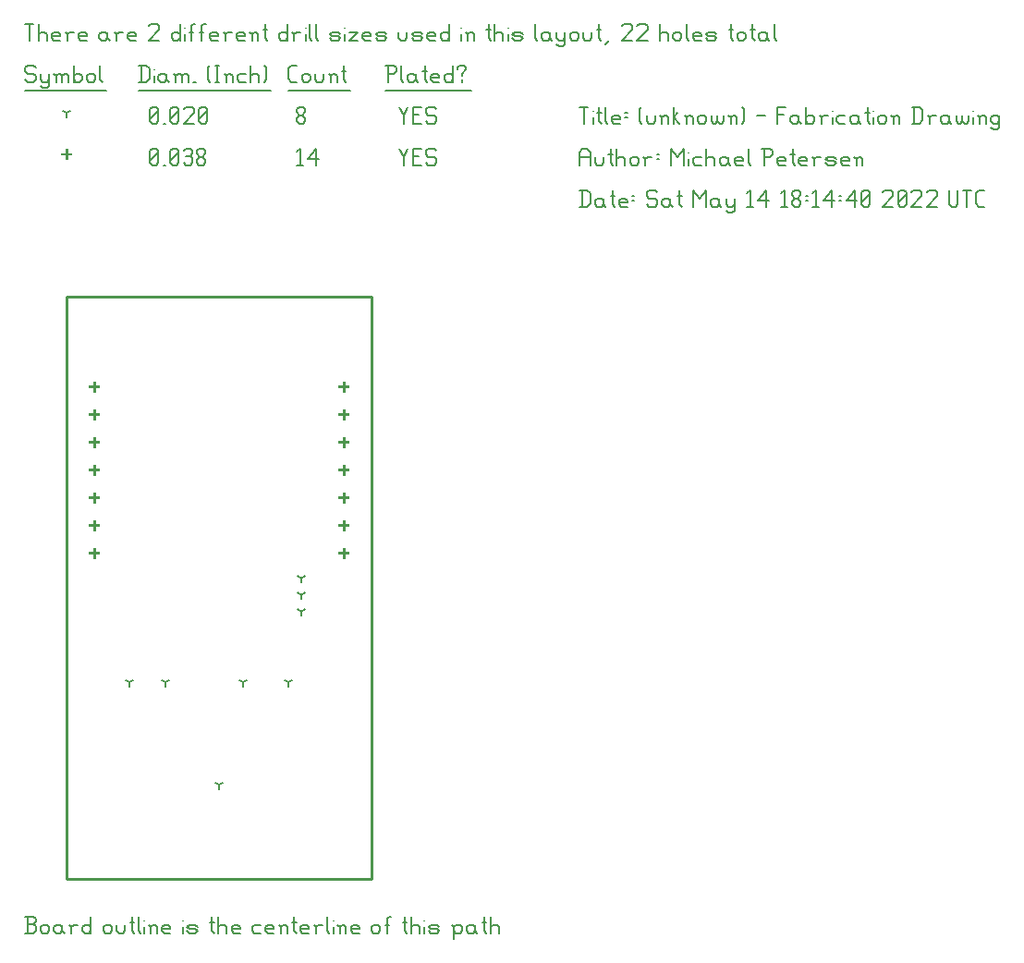
<source format=gbr>
G04 start of page 12 for group -3984 idx -3984 *
G04 Title: (unknown), fab *
G04 Creator: pcb 4.0.2 *
G04 CreationDate: Sat May 14 18:14:40 2022 UTC *
G04 For: railfan *
G04 Format: Gerber/RS-274X *
G04 PCB-Dimensions (mil): 1400.00 2300.00 *
G04 PCB-Coordinate-Origin: lower left *
%MOIN*%
%FSLAX25Y25*%
%LNFAB*%
%ADD37C,0.0100*%
%ADD36C,0.0075*%
%ADD35C,0.0060*%
%ADD34R,0.0080X0.0080*%
G54D34*X25000Y189100D02*Y185900D01*
X23400Y187500D02*X26600D01*
X25000Y179100D02*Y175900D01*
X23400Y177500D02*X26600D01*
X25000Y169100D02*Y165900D01*
X23400Y167500D02*X26600D01*
X25000Y159100D02*Y155900D01*
X23400Y157500D02*X26600D01*
X25000Y149100D02*Y145900D01*
X23400Y147500D02*X26600D01*
X25000Y139100D02*Y135900D01*
X23400Y137500D02*X26600D01*
X25000Y129100D02*Y125900D01*
X23400Y127500D02*X26600D01*
X115000Y189100D02*Y185900D01*
X113400Y187500D02*X116600D01*
X115000Y179100D02*Y175900D01*
X113400Y177500D02*X116600D01*
X115000Y169100D02*Y165900D01*
X113400Y167500D02*X116600D01*
X115000Y159100D02*Y155900D01*
X113400Y157500D02*X116600D01*
X115000Y149100D02*Y145900D01*
X113400Y147500D02*X116600D01*
X115000Y139100D02*Y135900D01*
X113400Y137500D02*X116600D01*
X115000Y129100D02*Y125900D01*
X113400Y127500D02*X116600D01*
X15000Y272850D02*Y269650D01*
X13400Y271250D02*X16600D01*
G54D35*X135000Y273500D02*X136500Y270500D01*
X138000Y273500D01*
X136500Y270500D02*Y267500D01*
X139800Y270800D02*X142050D01*
X139800Y267500D02*X142800D01*
X139800Y273500D02*Y267500D01*
Y273500D02*X142800D01*
X147600D02*X148350Y272750D01*
X145350Y273500D02*X147600D01*
X144600Y272750D02*X145350Y273500D01*
X144600Y272750D02*Y271250D01*
X145350Y270500D01*
X147600D01*
X148350Y269750D01*
Y268250D01*
X147600Y267500D02*X148350Y268250D01*
X145350Y267500D02*X147600D01*
X144600Y268250D02*X145350Y267500D01*
X98000Y272300D02*X99200Y273500D01*
Y267500D01*
X98000D02*X100250D01*
X102050Y269750D02*X105050Y273500D01*
X102050Y269750D02*X105800D01*
X105050Y273500D02*Y267500D01*
X45000Y268250D02*X45750Y267500D01*
X45000Y272750D02*Y268250D01*
Y272750D02*X45750Y273500D01*
X47250D01*
X48000Y272750D01*
Y268250D01*
X47250Y267500D02*X48000Y268250D01*
X45750Y267500D02*X47250D01*
X45000Y269000D02*X48000Y272000D01*
X49800Y267500D02*X50550D01*
X52350Y268250D02*X53100Y267500D01*
X52350Y272750D02*Y268250D01*
Y272750D02*X53100Y273500D01*
X54600D01*
X55350Y272750D01*
Y268250D01*
X54600Y267500D02*X55350Y268250D01*
X53100Y267500D02*X54600D01*
X52350Y269000D02*X55350Y272000D01*
X57150Y272750D02*X57900Y273500D01*
X59400D01*
X60150Y272750D01*
X59400Y267500D02*X60150Y268250D01*
X57900Y267500D02*X59400D01*
X57150Y268250D02*X57900Y267500D01*
Y270800D02*X59400D01*
X60150Y272750D02*Y271550D01*
Y270050D02*Y268250D01*
Y270050D02*X59400Y270800D01*
X60150Y271550D02*X59400Y270800D01*
X61950Y268250D02*X62700Y267500D01*
X61950Y269450D02*Y268250D01*
Y269450D02*X63000Y270500D01*
X63900D01*
X64950Y269450D01*
Y268250D01*
X64200Y267500D02*X64950Y268250D01*
X62700Y267500D02*X64200D01*
X61950Y271550D02*X63000Y270500D01*
X61950Y272750D02*Y271550D01*
Y272750D02*X62700Y273500D01*
X64200D01*
X64950Y272750D01*
Y271550D01*
X63900Y270500D02*X64950Y271550D01*
X70000Y44000D02*Y42400D01*
Y44000D02*X71387Y44800D01*
X70000Y44000D02*X68613Y44800D01*
X99500Y112500D02*Y110900D01*
Y112500D02*X100887Y113300D01*
X99500Y112500D02*X98113Y113300D01*
X99500Y118500D02*Y116900D01*
Y118500D02*X100887Y119300D01*
X99500Y118500D02*X98113Y119300D01*
X99500Y106500D02*Y104900D01*
Y106500D02*X100887Y107300D01*
X99500Y106500D02*X98113Y107300D01*
X95000Y80937D02*Y79337D01*
Y80937D02*X96387Y81737D01*
X95000Y80937D02*X93613Y81737D01*
X78500Y80937D02*Y79337D01*
Y80937D02*X79887Y81737D01*
X78500Y80937D02*X77113Y81737D01*
X37500Y80937D02*Y79337D01*
Y80937D02*X38887Y81737D01*
X37500Y80937D02*X36113Y81737D01*
X50500Y80937D02*Y79337D01*
Y80937D02*X51887Y81737D01*
X50500Y80937D02*X49113Y81737D01*
X15000Y286250D02*Y284650D01*
Y286250D02*X16387Y287050D01*
X15000Y286250D02*X13613Y287050D01*
X135000Y288500D02*X136500Y285500D01*
X138000Y288500D01*
X136500Y285500D02*Y282500D01*
X139800Y285800D02*X142050D01*
X139800Y282500D02*X142800D01*
X139800Y288500D02*Y282500D01*
Y288500D02*X142800D01*
X147600D02*X148350Y287750D01*
X145350Y288500D02*X147600D01*
X144600Y287750D02*X145350Y288500D01*
X144600Y287750D02*Y286250D01*
X145350Y285500D01*
X147600D01*
X148350Y284750D01*
Y283250D01*
X147600Y282500D02*X148350Y283250D01*
X145350Y282500D02*X147600D01*
X144600Y283250D02*X145350Y282500D01*
X98000Y283250D02*X98750Y282500D01*
X98000Y284450D02*Y283250D01*
Y284450D02*X99050Y285500D01*
X99950D01*
X101000Y284450D01*
Y283250D01*
X100250Y282500D02*X101000Y283250D01*
X98750Y282500D02*X100250D01*
X98000Y286550D02*X99050Y285500D01*
X98000Y287750D02*Y286550D01*
Y287750D02*X98750Y288500D01*
X100250D01*
X101000Y287750D01*
Y286550D01*
X99950Y285500D02*X101000Y286550D01*
X45000Y283250D02*X45750Y282500D01*
X45000Y287750D02*Y283250D01*
Y287750D02*X45750Y288500D01*
X47250D01*
X48000Y287750D01*
Y283250D01*
X47250Y282500D02*X48000Y283250D01*
X45750Y282500D02*X47250D01*
X45000Y284000D02*X48000Y287000D01*
X49800Y282500D02*X50550D01*
X52350Y283250D02*X53100Y282500D01*
X52350Y287750D02*Y283250D01*
Y287750D02*X53100Y288500D01*
X54600D01*
X55350Y287750D01*
Y283250D01*
X54600Y282500D02*X55350Y283250D01*
X53100Y282500D02*X54600D01*
X52350Y284000D02*X55350Y287000D01*
X57150Y287750D02*X57900Y288500D01*
X60150D01*
X60900Y287750D01*
Y286250D01*
X57150Y282500D02*X60900Y286250D01*
X57150Y282500D02*X60900D01*
X62700Y283250D02*X63450Y282500D01*
X62700Y287750D02*Y283250D01*
Y287750D02*X63450Y288500D01*
X64950D01*
X65700Y287750D01*
Y283250D01*
X64950Y282500D02*X65700Y283250D01*
X63450Y282500D02*X64950D01*
X62700Y284000D02*X65700Y287000D01*
X3000Y303500D02*X3750Y302750D01*
X750Y303500D02*X3000D01*
X0Y302750D02*X750Y303500D01*
X0Y302750D02*Y301250D01*
X750Y300500D01*
X3000D01*
X3750Y299750D01*
Y298250D01*
X3000Y297500D02*X3750Y298250D01*
X750Y297500D02*X3000D01*
X0Y298250D02*X750Y297500D01*
X5550Y300500D02*Y298250D01*
X6300Y297500D01*
X8550Y300500D02*Y296000D01*
X7800Y295250D02*X8550Y296000D01*
X6300Y295250D02*X7800D01*
X5550Y296000D02*X6300Y295250D01*
Y297500D02*X7800D01*
X8550Y298250D01*
X11100Y299750D02*Y297500D01*
Y299750D02*X11850Y300500D01*
X12600D01*
X13350Y299750D01*
Y297500D01*
Y299750D02*X14100Y300500D01*
X14850D01*
X15600Y299750D01*
Y297500D01*
X10350Y300500D02*X11100Y299750D01*
X17400Y303500D02*Y297500D01*
Y298250D02*X18150Y297500D01*
X19650D01*
X20400Y298250D01*
Y299750D02*Y298250D01*
X19650Y300500D02*X20400Y299750D01*
X18150Y300500D02*X19650D01*
X17400Y299750D02*X18150Y300500D01*
X22200Y299750D02*Y298250D01*
Y299750D02*X22950Y300500D01*
X24450D01*
X25200Y299750D01*
Y298250D01*
X24450Y297500D02*X25200Y298250D01*
X22950Y297500D02*X24450D01*
X22200Y298250D02*X22950Y297500D01*
X27000Y303500D02*Y298250D01*
X27750Y297500D01*
X0Y294250D02*X29250D01*
X41750Y303500D02*Y297500D01*
X43700Y303500D02*X44750Y302450D01*
Y298550D01*
X43700Y297500D02*X44750Y298550D01*
X41000Y297500D02*X43700D01*
X41000Y303500D02*X43700D01*
G54D36*X46550Y302000D02*Y301850D01*
G54D35*Y299750D02*Y297500D01*
X50300Y300500D02*X51050Y299750D01*
X48800Y300500D02*X50300D01*
X48050Y299750D02*X48800Y300500D01*
X48050Y299750D02*Y298250D01*
X48800Y297500D01*
X51050Y300500D02*Y298250D01*
X51800Y297500D01*
X48800D02*X50300D01*
X51050Y298250D01*
X54350Y299750D02*Y297500D01*
Y299750D02*X55100Y300500D01*
X55850D01*
X56600Y299750D01*
Y297500D01*
Y299750D02*X57350Y300500D01*
X58100D01*
X58850Y299750D01*
Y297500D01*
X53600Y300500D02*X54350Y299750D01*
X60650Y297500D02*X61400D01*
X65900Y298250D02*X66650Y297500D01*
X65900Y302750D02*X66650Y303500D01*
X65900Y302750D02*Y298250D01*
X68450Y303500D02*X69950D01*
X69200D02*Y297500D01*
X68450D02*X69950D01*
X72500Y299750D02*Y297500D01*
Y299750D02*X73250Y300500D01*
X74000D01*
X74750Y299750D01*
Y297500D01*
X71750Y300500D02*X72500Y299750D01*
X77300Y300500D02*X79550D01*
X76550Y299750D02*X77300Y300500D01*
X76550Y299750D02*Y298250D01*
X77300Y297500D01*
X79550D01*
X81350Y303500D02*Y297500D01*
Y299750D02*X82100Y300500D01*
X83600D01*
X84350Y299750D01*
Y297500D01*
X86150Y303500D02*X86900Y302750D01*
Y298250D01*
X86150Y297500D02*X86900Y298250D01*
X41000Y294250D02*X88700D01*
X96050Y297500D02*X98000D01*
X95000Y298550D02*X96050Y297500D01*
X95000Y302450D02*Y298550D01*
Y302450D02*X96050Y303500D01*
X98000D01*
X99800Y299750D02*Y298250D01*
Y299750D02*X100550Y300500D01*
X102050D01*
X102800Y299750D01*
Y298250D01*
X102050Y297500D02*X102800Y298250D01*
X100550Y297500D02*X102050D01*
X99800Y298250D02*X100550Y297500D01*
X104600Y300500D02*Y298250D01*
X105350Y297500D01*
X106850D01*
X107600Y298250D01*
Y300500D02*Y298250D01*
X110150Y299750D02*Y297500D01*
Y299750D02*X110900Y300500D01*
X111650D01*
X112400Y299750D01*
Y297500D01*
X109400Y300500D02*X110150Y299750D01*
X114950Y303500D02*Y298250D01*
X115700Y297500D01*
X114200Y301250D02*X115700D01*
X95000Y294250D02*X117200D01*
X130750Y303500D02*Y297500D01*
X130000Y303500D02*X133000D01*
X133750Y302750D01*
Y301250D01*
X133000Y300500D02*X133750Y301250D01*
X130750Y300500D02*X133000D01*
X135550Y303500D02*Y298250D01*
X136300Y297500D01*
X140050Y300500D02*X140800Y299750D01*
X138550Y300500D02*X140050D01*
X137800Y299750D02*X138550Y300500D01*
X137800Y299750D02*Y298250D01*
X138550Y297500D01*
X140800Y300500D02*Y298250D01*
X141550Y297500D01*
X138550D02*X140050D01*
X140800Y298250D01*
X144100Y303500D02*Y298250D01*
X144850Y297500D01*
X143350Y301250D02*X144850D01*
X147100Y297500D02*X149350D01*
X146350Y298250D02*X147100Y297500D01*
X146350Y299750D02*Y298250D01*
Y299750D02*X147100Y300500D01*
X148600D01*
X149350Y299750D01*
X146350Y299000D02*X149350D01*
Y299750D02*Y299000D01*
X154150Y303500D02*Y297500D01*
X153400D02*X154150Y298250D01*
X151900Y297500D02*X153400D01*
X151150Y298250D02*X151900Y297500D01*
X151150Y299750D02*Y298250D01*
Y299750D02*X151900Y300500D01*
X153400D01*
X154150Y299750D01*
X157450Y300500D02*Y299750D01*
Y298250D02*Y297500D01*
X155950Y302750D02*Y302000D01*
Y302750D02*X156700Y303500D01*
X158200D01*
X158950Y302750D01*
Y302000D01*
X157450Y300500D02*X158950Y302000D01*
X130000Y294250D02*X160750D01*
X0Y318500D02*X3000D01*
X1500D02*Y312500D01*
X4800Y318500D02*Y312500D01*
Y314750D02*X5550Y315500D01*
X7050D01*
X7800Y314750D01*
Y312500D01*
X10350D02*X12600D01*
X9600Y313250D02*X10350Y312500D01*
X9600Y314750D02*Y313250D01*
Y314750D02*X10350Y315500D01*
X11850D01*
X12600Y314750D01*
X9600Y314000D02*X12600D01*
Y314750D02*Y314000D01*
X15150Y314750D02*Y312500D01*
Y314750D02*X15900Y315500D01*
X17400D01*
X14400D02*X15150Y314750D01*
X19950Y312500D02*X22200D01*
X19200Y313250D02*X19950Y312500D01*
X19200Y314750D02*Y313250D01*
Y314750D02*X19950Y315500D01*
X21450D01*
X22200Y314750D01*
X19200Y314000D02*X22200D01*
Y314750D02*Y314000D01*
X28950Y315500D02*X29700Y314750D01*
X27450Y315500D02*X28950D01*
X26700Y314750D02*X27450Y315500D01*
X26700Y314750D02*Y313250D01*
X27450Y312500D01*
X29700Y315500D02*Y313250D01*
X30450Y312500D01*
X27450D02*X28950D01*
X29700Y313250D01*
X33000Y314750D02*Y312500D01*
Y314750D02*X33750Y315500D01*
X35250D01*
X32250D02*X33000Y314750D01*
X37800Y312500D02*X40050D01*
X37050Y313250D02*X37800Y312500D01*
X37050Y314750D02*Y313250D01*
Y314750D02*X37800Y315500D01*
X39300D01*
X40050Y314750D01*
X37050Y314000D02*X40050D01*
Y314750D02*Y314000D01*
X44550Y317750D02*X45300Y318500D01*
X47550D01*
X48300Y317750D01*
Y316250D01*
X44550Y312500D02*X48300Y316250D01*
X44550Y312500D02*X48300D01*
X55800Y318500D02*Y312500D01*
X55050D02*X55800Y313250D01*
X53550Y312500D02*X55050D01*
X52800Y313250D02*X53550Y312500D01*
X52800Y314750D02*Y313250D01*
Y314750D02*X53550Y315500D01*
X55050D01*
X55800Y314750D01*
G54D36*X57600Y317000D02*Y316850D01*
G54D35*Y314750D02*Y312500D01*
X59850Y317750D02*Y312500D01*
Y317750D02*X60600Y318500D01*
X61350D01*
X59100Y315500D02*X60600D01*
X63600Y317750D02*Y312500D01*
Y317750D02*X64350Y318500D01*
X65100D01*
X62850Y315500D02*X64350D01*
X67350Y312500D02*X69600D01*
X66600Y313250D02*X67350Y312500D01*
X66600Y314750D02*Y313250D01*
Y314750D02*X67350Y315500D01*
X68850D01*
X69600Y314750D01*
X66600Y314000D02*X69600D01*
Y314750D02*Y314000D01*
X72150Y314750D02*Y312500D01*
Y314750D02*X72900Y315500D01*
X74400D01*
X71400D02*X72150Y314750D01*
X76950Y312500D02*X79200D01*
X76200Y313250D02*X76950Y312500D01*
X76200Y314750D02*Y313250D01*
Y314750D02*X76950Y315500D01*
X78450D01*
X79200Y314750D01*
X76200Y314000D02*X79200D01*
Y314750D02*Y314000D01*
X81750Y314750D02*Y312500D01*
Y314750D02*X82500Y315500D01*
X83250D01*
X84000Y314750D01*
Y312500D01*
X81000Y315500D02*X81750Y314750D01*
X86550Y318500D02*Y313250D01*
X87300Y312500D01*
X85800Y316250D02*X87300D01*
X94500Y318500D02*Y312500D01*
X93750D02*X94500Y313250D01*
X92250Y312500D02*X93750D01*
X91500Y313250D02*X92250Y312500D01*
X91500Y314750D02*Y313250D01*
Y314750D02*X92250Y315500D01*
X93750D01*
X94500Y314750D01*
X97050D02*Y312500D01*
Y314750D02*X97800Y315500D01*
X99300D01*
X96300D02*X97050Y314750D01*
G54D36*X101100Y317000D02*Y316850D01*
G54D35*Y314750D02*Y312500D01*
X102600Y318500D02*Y313250D01*
X103350Y312500D01*
X104850Y318500D02*Y313250D01*
X105600Y312500D01*
X110550D02*X112800D01*
X113550Y313250D01*
X112800Y314000D02*X113550Y313250D01*
X110550Y314000D02*X112800D01*
X109800Y314750D02*X110550Y314000D01*
X109800Y314750D02*X110550Y315500D01*
X112800D01*
X113550Y314750D01*
X109800Y313250D02*X110550Y312500D01*
G54D36*X115350Y317000D02*Y316850D01*
G54D35*Y314750D02*Y312500D01*
X116850Y315500D02*X119850D01*
X116850Y312500D02*X119850Y315500D01*
X116850Y312500D02*X119850D01*
X122400D02*X124650D01*
X121650Y313250D02*X122400Y312500D01*
X121650Y314750D02*Y313250D01*
Y314750D02*X122400Y315500D01*
X123900D01*
X124650Y314750D01*
X121650Y314000D02*X124650D01*
Y314750D02*Y314000D01*
X127200Y312500D02*X129450D01*
X130200Y313250D01*
X129450Y314000D02*X130200Y313250D01*
X127200Y314000D02*X129450D01*
X126450Y314750D02*X127200Y314000D01*
X126450Y314750D02*X127200Y315500D01*
X129450D01*
X130200Y314750D01*
X126450Y313250D02*X127200Y312500D01*
X134700Y315500D02*Y313250D01*
X135450Y312500D01*
X136950D01*
X137700Y313250D01*
Y315500D02*Y313250D01*
X140250Y312500D02*X142500D01*
X143250Y313250D01*
X142500Y314000D02*X143250Y313250D01*
X140250Y314000D02*X142500D01*
X139500Y314750D02*X140250Y314000D01*
X139500Y314750D02*X140250Y315500D01*
X142500D01*
X143250Y314750D01*
X139500Y313250D02*X140250Y312500D01*
X145800D02*X148050D01*
X145050Y313250D02*X145800Y312500D01*
X145050Y314750D02*Y313250D01*
Y314750D02*X145800Y315500D01*
X147300D01*
X148050Y314750D01*
X145050Y314000D02*X148050D01*
Y314750D02*Y314000D01*
X152850Y318500D02*Y312500D01*
X152100D02*X152850Y313250D01*
X150600Y312500D02*X152100D01*
X149850Y313250D02*X150600Y312500D01*
X149850Y314750D02*Y313250D01*
Y314750D02*X150600Y315500D01*
X152100D01*
X152850Y314750D01*
G54D36*X157350Y317000D02*Y316850D01*
G54D35*Y314750D02*Y312500D01*
X159600Y314750D02*Y312500D01*
Y314750D02*X160350Y315500D01*
X161100D01*
X161850Y314750D01*
Y312500D01*
X158850Y315500D02*X159600Y314750D01*
X167100Y318500D02*Y313250D01*
X167850Y312500D01*
X166350Y316250D02*X167850D01*
X169350Y318500D02*Y312500D01*
Y314750D02*X170100Y315500D01*
X171600D01*
X172350Y314750D01*
Y312500D01*
G54D36*X174150Y317000D02*Y316850D01*
G54D35*Y314750D02*Y312500D01*
X176400D02*X178650D01*
X179400Y313250D01*
X178650Y314000D02*X179400Y313250D01*
X176400Y314000D02*X178650D01*
X175650Y314750D02*X176400Y314000D01*
X175650Y314750D02*X176400Y315500D01*
X178650D01*
X179400Y314750D01*
X175650Y313250D02*X176400Y312500D01*
X183900Y318500D02*Y313250D01*
X184650Y312500D01*
X188400Y315500D02*X189150Y314750D01*
X186900Y315500D02*X188400D01*
X186150Y314750D02*X186900Y315500D01*
X186150Y314750D02*Y313250D01*
X186900Y312500D01*
X189150Y315500D02*Y313250D01*
X189900Y312500D01*
X186900D02*X188400D01*
X189150Y313250D01*
X191700Y315500D02*Y313250D01*
X192450Y312500D01*
X194700Y315500D02*Y311000D01*
X193950Y310250D02*X194700Y311000D01*
X192450Y310250D02*X193950D01*
X191700Y311000D02*X192450Y310250D01*
Y312500D02*X193950D01*
X194700Y313250D01*
X196500Y314750D02*Y313250D01*
Y314750D02*X197250Y315500D01*
X198750D01*
X199500Y314750D01*
Y313250D01*
X198750Y312500D02*X199500Y313250D01*
X197250Y312500D02*X198750D01*
X196500Y313250D02*X197250Y312500D01*
X201300Y315500D02*Y313250D01*
X202050Y312500D01*
X203550D01*
X204300Y313250D01*
Y315500D02*Y313250D01*
X206850Y318500D02*Y313250D01*
X207600Y312500D01*
X206100Y316250D02*X207600D01*
X209100Y311000D02*X210600Y312500D01*
X215100Y317750D02*X215850Y318500D01*
X218100D01*
X218850Y317750D01*
Y316250D01*
X215100Y312500D02*X218850Y316250D01*
X215100Y312500D02*X218850D01*
X220650Y317750D02*X221400Y318500D01*
X223650D01*
X224400Y317750D01*
Y316250D01*
X220650Y312500D02*X224400Y316250D01*
X220650Y312500D02*X224400D01*
X228900Y318500D02*Y312500D01*
Y314750D02*X229650Y315500D01*
X231150D01*
X231900Y314750D01*
Y312500D01*
X233700Y314750D02*Y313250D01*
Y314750D02*X234450Y315500D01*
X235950D01*
X236700Y314750D01*
Y313250D01*
X235950Y312500D02*X236700Y313250D01*
X234450Y312500D02*X235950D01*
X233700Y313250D02*X234450Y312500D01*
X238500Y318500D02*Y313250D01*
X239250Y312500D01*
X241500D02*X243750D01*
X240750Y313250D02*X241500Y312500D01*
X240750Y314750D02*Y313250D01*
Y314750D02*X241500Y315500D01*
X243000D01*
X243750Y314750D01*
X240750Y314000D02*X243750D01*
Y314750D02*Y314000D01*
X246300Y312500D02*X248550D01*
X249300Y313250D01*
X248550Y314000D02*X249300Y313250D01*
X246300Y314000D02*X248550D01*
X245550Y314750D02*X246300Y314000D01*
X245550Y314750D02*X246300Y315500D01*
X248550D01*
X249300Y314750D01*
X245550Y313250D02*X246300Y312500D01*
X254550Y318500D02*Y313250D01*
X255300Y312500D01*
X253800Y316250D02*X255300D01*
X256800Y314750D02*Y313250D01*
Y314750D02*X257550Y315500D01*
X259050D01*
X259800Y314750D01*
Y313250D01*
X259050Y312500D02*X259800Y313250D01*
X257550Y312500D02*X259050D01*
X256800Y313250D02*X257550Y312500D01*
X262350Y318500D02*Y313250D01*
X263100Y312500D01*
X261600Y316250D02*X263100D01*
X266850Y315500D02*X267600Y314750D01*
X265350Y315500D02*X266850D01*
X264600Y314750D02*X265350Y315500D01*
X264600Y314750D02*Y313250D01*
X265350Y312500D01*
X267600Y315500D02*Y313250D01*
X268350Y312500D01*
X265350D02*X266850D01*
X267600Y313250D01*
X270150Y318500D02*Y313250D01*
X270900Y312500D01*
G54D37*X125000Y10000D02*Y220000D01*
X15000D01*
Y10000D01*
X125000D01*
G54D35*X0Y-9500D02*X3000D01*
X3750Y-8750D01*
Y-6950D02*Y-8750D01*
X3000Y-6200D02*X3750Y-6950D01*
X750Y-6200D02*X3000D01*
X750Y-3500D02*Y-9500D01*
X0Y-3500D02*X3000D01*
X3750Y-4250D01*
Y-5450D01*
X3000Y-6200D02*X3750Y-5450D01*
X5550Y-7250D02*Y-8750D01*
Y-7250D02*X6300Y-6500D01*
X7800D01*
X8550Y-7250D01*
Y-8750D01*
X7800Y-9500D02*X8550Y-8750D01*
X6300Y-9500D02*X7800D01*
X5550Y-8750D02*X6300Y-9500D01*
X12600Y-6500D02*X13350Y-7250D01*
X11100Y-6500D02*X12600D01*
X10350Y-7250D02*X11100Y-6500D01*
X10350Y-7250D02*Y-8750D01*
X11100Y-9500D01*
X13350Y-6500D02*Y-8750D01*
X14100Y-9500D01*
X11100D02*X12600D01*
X13350Y-8750D01*
X16650Y-7250D02*Y-9500D01*
Y-7250D02*X17400Y-6500D01*
X18900D01*
X15900D02*X16650Y-7250D01*
X23700Y-3500D02*Y-9500D01*
X22950D02*X23700Y-8750D01*
X21450Y-9500D02*X22950D01*
X20700Y-8750D02*X21450Y-9500D01*
X20700Y-7250D02*Y-8750D01*
Y-7250D02*X21450Y-6500D01*
X22950D01*
X23700Y-7250D01*
X28200D02*Y-8750D01*
Y-7250D02*X28950Y-6500D01*
X30450D01*
X31200Y-7250D01*
Y-8750D01*
X30450Y-9500D02*X31200Y-8750D01*
X28950Y-9500D02*X30450D01*
X28200Y-8750D02*X28950Y-9500D01*
X33000Y-6500D02*Y-8750D01*
X33750Y-9500D01*
X35250D01*
X36000Y-8750D01*
Y-6500D02*Y-8750D01*
X38550Y-3500D02*Y-8750D01*
X39300Y-9500D01*
X37800Y-5750D02*X39300D01*
X40800Y-3500D02*Y-8750D01*
X41550Y-9500D01*
G54D36*X43050Y-5000D02*Y-5150D01*
G54D35*Y-7250D02*Y-9500D01*
X45300Y-7250D02*Y-9500D01*
Y-7250D02*X46050Y-6500D01*
X46800D01*
X47550Y-7250D01*
Y-9500D01*
X44550Y-6500D02*X45300Y-7250D01*
X50100Y-9500D02*X52350D01*
X49350Y-8750D02*X50100Y-9500D01*
X49350Y-7250D02*Y-8750D01*
Y-7250D02*X50100Y-6500D01*
X51600D01*
X52350Y-7250D01*
X49350Y-8000D02*X52350D01*
Y-7250D02*Y-8000D01*
G54D36*X56850Y-5000D02*Y-5150D01*
G54D35*Y-7250D02*Y-9500D01*
X59100D02*X61350D01*
X62100Y-8750D01*
X61350Y-8000D02*X62100Y-8750D01*
X59100Y-8000D02*X61350D01*
X58350Y-7250D02*X59100Y-8000D01*
X58350Y-7250D02*X59100Y-6500D01*
X61350D01*
X62100Y-7250D01*
X58350Y-8750D02*X59100Y-9500D01*
X67350Y-3500D02*Y-8750D01*
X68100Y-9500D01*
X66600Y-5750D02*X68100D01*
X69600Y-3500D02*Y-9500D01*
Y-7250D02*X70350Y-6500D01*
X71850D01*
X72600Y-7250D01*
Y-9500D01*
X75150D02*X77400D01*
X74400Y-8750D02*X75150Y-9500D01*
X74400Y-7250D02*Y-8750D01*
Y-7250D02*X75150Y-6500D01*
X76650D01*
X77400Y-7250D01*
X74400Y-8000D02*X77400D01*
Y-7250D02*Y-8000D01*
X82650Y-6500D02*X84900D01*
X81900Y-7250D02*X82650Y-6500D01*
X81900Y-7250D02*Y-8750D01*
X82650Y-9500D01*
X84900D01*
X87450D02*X89700D01*
X86700Y-8750D02*X87450Y-9500D01*
X86700Y-7250D02*Y-8750D01*
Y-7250D02*X87450Y-6500D01*
X88950D01*
X89700Y-7250D01*
X86700Y-8000D02*X89700D01*
Y-7250D02*Y-8000D01*
X92250Y-7250D02*Y-9500D01*
Y-7250D02*X93000Y-6500D01*
X93750D01*
X94500Y-7250D01*
Y-9500D01*
X91500Y-6500D02*X92250Y-7250D01*
X97050Y-3500D02*Y-8750D01*
X97800Y-9500D01*
X96300Y-5750D02*X97800D01*
X100050Y-9500D02*X102300D01*
X99300Y-8750D02*X100050Y-9500D01*
X99300Y-7250D02*Y-8750D01*
Y-7250D02*X100050Y-6500D01*
X101550D01*
X102300Y-7250D01*
X99300Y-8000D02*X102300D01*
Y-7250D02*Y-8000D01*
X104850Y-7250D02*Y-9500D01*
Y-7250D02*X105600Y-6500D01*
X107100D01*
X104100D02*X104850Y-7250D01*
X108900Y-3500D02*Y-8750D01*
X109650Y-9500D01*
G54D36*X111150Y-5000D02*Y-5150D01*
G54D35*Y-7250D02*Y-9500D01*
X113400Y-7250D02*Y-9500D01*
Y-7250D02*X114150Y-6500D01*
X114900D01*
X115650Y-7250D01*
Y-9500D01*
X112650Y-6500D02*X113400Y-7250D01*
X118200Y-9500D02*X120450D01*
X117450Y-8750D02*X118200Y-9500D01*
X117450Y-7250D02*Y-8750D01*
Y-7250D02*X118200Y-6500D01*
X119700D01*
X120450Y-7250D01*
X117450Y-8000D02*X120450D01*
Y-7250D02*Y-8000D01*
X124950Y-7250D02*Y-8750D01*
Y-7250D02*X125700Y-6500D01*
X127200D01*
X127950Y-7250D01*
Y-8750D01*
X127200Y-9500D02*X127950Y-8750D01*
X125700Y-9500D02*X127200D01*
X124950Y-8750D02*X125700Y-9500D01*
X130500Y-4250D02*Y-9500D01*
Y-4250D02*X131250Y-3500D01*
X132000D01*
X129750Y-6500D02*X131250D01*
X136950Y-3500D02*Y-8750D01*
X137700Y-9500D01*
X136200Y-5750D02*X137700D01*
X139200Y-3500D02*Y-9500D01*
Y-7250D02*X139950Y-6500D01*
X141450D01*
X142200Y-7250D01*
Y-9500D01*
G54D36*X144000Y-5000D02*Y-5150D01*
G54D35*Y-7250D02*Y-9500D01*
X146250D02*X148500D01*
X149250Y-8750D01*
X148500Y-8000D02*X149250Y-8750D01*
X146250Y-8000D02*X148500D01*
X145500Y-7250D02*X146250Y-8000D01*
X145500Y-7250D02*X146250Y-6500D01*
X148500D01*
X149250Y-7250D01*
X145500Y-8750D02*X146250Y-9500D01*
X154500Y-7250D02*Y-11750D01*
X153750Y-6500D02*X154500Y-7250D01*
X155250Y-6500D01*
X156750D01*
X157500Y-7250D01*
Y-8750D01*
X156750Y-9500D02*X157500Y-8750D01*
X155250Y-9500D02*X156750D01*
X154500Y-8750D02*X155250Y-9500D01*
X161550Y-6500D02*X162300Y-7250D01*
X160050Y-6500D02*X161550D01*
X159300Y-7250D02*X160050Y-6500D01*
X159300Y-7250D02*Y-8750D01*
X160050Y-9500D01*
X162300Y-6500D02*Y-8750D01*
X163050Y-9500D01*
X160050D02*X161550D01*
X162300Y-8750D01*
X165600Y-3500D02*Y-8750D01*
X166350Y-9500D01*
X164850Y-5750D02*X166350D01*
X167850Y-3500D02*Y-9500D01*
Y-7250D02*X168600Y-6500D01*
X170100D01*
X170850Y-7250D01*
Y-9500D01*
X200750Y258500D02*Y252500D01*
X202700Y258500D02*X203750Y257450D01*
Y253550D01*
X202700Y252500D02*X203750Y253550D01*
X200000Y252500D02*X202700D01*
X200000Y258500D02*X202700D01*
X207800Y255500D02*X208550Y254750D01*
X206300Y255500D02*X207800D01*
X205550Y254750D02*X206300Y255500D01*
X205550Y254750D02*Y253250D01*
X206300Y252500D01*
X208550Y255500D02*Y253250D01*
X209300Y252500D01*
X206300D02*X207800D01*
X208550Y253250D01*
X211850Y258500D02*Y253250D01*
X212600Y252500D01*
X211100Y256250D02*X212600D01*
X214850Y252500D02*X217100D01*
X214100Y253250D02*X214850Y252500D01*
X214100Y254750D02*Y253250D01*
Y254750D02*X214850Y255500D01*
X216350D01*
X217100Y254750D01*
X214100Y254000D02*X217100D01*
Y254750D02*Y254000D01*
X218900Y256250D02*X219650D01*
X218900Y254750D02*X219650D01*
X227150Y258500D02*X227900Y257750D01*
X224900Y258500D02*X227150D01*
X224150Y257750D02*X224900Y258500D01*
X224150Y257750D02*Y256250D01*
X224900Y255500D01*
X227150D01*
X227900Y254750D01*
Y253250D01*
X227150Y252500D02*X227900Y253250D01*
X224900Y252500D02*X227150D01*
X224150Y253250D02*X224900Y252500D01*
X231950Y255500D02*X232700Y254750D01*
X230450Y255500D02*X231950D01*
X229700Y254750D02*X230450Y255500D01*
X229700Y254750D02*Y253250D01*
X230450Y252500D01*
X232700Y255500D02*Y253250D01*
X233450Y252500D01*
X230450D02*X231950D01*
X232700Y253250D01*
X236000Y258500D02*Y253250D01*
X236750Y252500D01*
X235250Y256250D02*X236750D01*
X240950Y258500D02*Y252500D01*
Y258500D02*X243200Y255500D01*
X245450Y258500D01*
Y252500D01*
X249500Y255500D02*X250250Y254750D01*
X248000Y255500D02*X249500D01*
X247250Y254750D02*X248000Y255500D01*
X247250Y254750D02*Y253250D01*
X248000Y252500D01*
X250250Y255500D02*Y253250D01*
X251000Y252500D01*
X248000D02*X249500D01*
X250250Y253250D01*
X252800Y255500D02*Y253250D01*
X253550Y252500D01*
X255800Y255500D02*Y251000D01*
X255050Y250250D02*X255800Y251000D01*
X253550Y250250D02*X255050D01*
X252800Y251000D02*X253550Y250250D01*
Y252500D02*X255050D01*
X255800Y253250D01*
X260300Y257300D02*X261500Y258500D01*
Y252500D01*
X260300D02*X262550D01*
X264350Y254750D02*X267350Y258500D01*
X264350Y254750D02*X268100D01*
X267350Y258500D02*Y252500D01*
X272600Y257300D02*X273800Y258500D01*
Y252500D01*
X272600D02*X274850D01*
X276650Y253250D02*X277400Y252500D01*
X276650Y254450D02*Y253250D01*
Y254450D02*X277700Y255500D01*
X278600D01*
X279650Y254450D01*
Y253250D01*
X278900Y252500D02*X279650Y253250D01*
X277400Y252500D02*X278900D01*
X276650Y256550D02*X277700Y255500D01*
X276650Y257750D02*Y256550D01*
Y257750D02*X277400Y258500D01*
X278900D01*
X279650Y257750D01*
Y256550D01*
X278600Y255500D02*X279650Y256550D01*
X281450Y256250D02*X282200D01*
X281450Y254750D02*X282200D01*
X284000Y257300D02*X285200Y258500D01*
Y252500D01*
X284000D02*X286250D01*
X288050Y254750D02*X291050Y258500D01*
X288050Y254750D02*X291800D01*
X291050Y258500D02*Y252500D01*
X293600Y256250D02*X294350D01*
X293600Y254750D02*X294350D01*
X296150D02*X299150Y258500D01*
X296150Y254750D02*X299900D01*
X299150Y258500D02*Y252500D01*
X301700Y253250D02*X302450Y252500D01*
X301700Y257750D02*Y253250D01*
Y257750D02*X302450Y258500D01*
X303950D01*
X304700Y257750D01*
Y253250D01*
X303950Y252500D02*X304700Y253250D01*
X302450Y252500D02*X303950D01*
X301700Y254000D02*X304700Y257000D01*
X309200Y257750D02*X309950Y258500D01*
X312200D01*
X312950Y257750D01*
Y256250D01*
X309200Y252500D02*X312950Y256250D01*
X309200Y252500D02*X312950D01*
X314750Y253250D02*X315500Y252500D01*
X314750Y257750D02*Y253250D01*
Y257750D02*X315500Y258500D01*
X317000D01*
X317750Y257750D01*
Y253250D01*
X317000Y252500D02*X317750Y253250D01*
X315500Y252500D02*X317000D01*
X314750Y254000D02*X317750Y257000D01*
X319550Y257750D02*X320300Y258500D01*
X322550D01*
X323300Y257750D01*
Y256250D01*
X319550Y252500D02*X323300Y256250D01*
X319550Y252500D02*X323300D01*
X325100Y257750D02*X325850Y258500D01*
X328100D01*
X328850Y257750D01*
Y256250D01*
X325100Y252500D02*X328850Y256250D01*
X325100Y252500D02*X328850D01*
X333350Y258500D02*Y253250D01*
X334100Y252500D01*
X335600D01*
X336350Y253250D01*
Y258500D02*Y253250D01*
X338150Y258500D02*X341150D01*
X339650D02*Y252500D01*
X344000D02*X345950D01*
X342950Y253550D02*X344000Y252500D01*
X342950Y257450D02*Y253550D01*
Y257450D02*X344000Y258500D01*
X345950D01*
X200000Y272000D02*Y267500D01*
Y272000D02*X201050Y273500D01*
X202700D01*
X203750Y272000D01*
Y267500D01*
X200000Y270500D02*X203750D01*
X205550D02*Y268250D01*
X206300Y267500D01*
X207800D01*
X208550Y268250D01*
Y270500D02*Y268250D01*
X211100Y273500D02*Y268250D01*
X211850Y267500D01*
X210350Y271250D02*X211850D01*
X213350Y273500D02*Y267500D01*
Y269750D02*X214100Y270500D01*
X215600D01*
X216350Y269750D01*
Y267500D01*
X218150Y269750D02*Y268250D01*
Y269750D02*X218900Y270500D01*
X220400D01*
X221150Y269750D01*
Y268250D01*
X220400Y267500D02*X221150Y268250D01*
X218900Y267500D02*X220400D01*
X218150Y268250D02*X218900Y267500D01*
X223700Y269750D02*Y267500D01*
Y269750D02*X224450Y270500D01*
X225950D01*
X222950D02*X223700Y269750D01*
X227750Y271250D02*X228500D01*
X227750Y269750D02*X228500D01*
X233000Y273500D02*Y267500D01*
Y273500D02*X235250Y270500D01*
X237500Y273500D01*
Y267500D01*
G54D36*X239300Y272000D02*Y271850D01*
G54D35*Y269750D02*Y267500D01*
X241550Y270500D02*X243800D01*
X240800Y269750D02*X241550Y270500D01*
X240800Y269750D02*Y268250D01*
X241550Y267500D01*
X243800D01*
X245600Y273500D02*Y267500D01*
Y269750D02*X246350Y270500D01*
X247850D01*
X248600Y269750D01*
Y267500D01*
X252650Y270500D02*X253400Y269750D01*
X251150Y270500D02*X252650D01*
X250400Y269750D02*X251150Y270500D01*
X250400Y269750D02*Y268250D01*
X251150Y267500D01*
X253400Y270500D02*Y268250D01*
X254150Y267500D01*
X251150D02*X252650D01*
X253400Y268250D01*
X256700Y267500D02*X258950D01*
X255950Y268250D02*X256700Y267500D01*
X255950Y269750D02*Y268250D01*
Y269750D02*X256700Y270500D01*
X258200D01*
X258950Y269750D01*
X255950Y269000D02*X258950D01*
Y269750D02*Y269000D01*
X260750Y273500D02*Y268250D01*
X261500Y267500D01*
X266450Y273500D02*Y267500D01*
X265700Y273500D02*X268700D01*
X269450Y272750D01*
Y271250D01*
X268700Y270500D02*X269450Y271250D01*
X266450Y270500D02*X268700D01*
X272000Y267500D02*X274250D01*
X271250Y268250D02*X272000Y267500D01*
X271250Y269750D02*Y268250D01*
Y269750D02*X272000Y270500D01*
X273500D01*
X274250Y269750D01*
X271250Y269000D02*X274250D01*
Y269750D02*Y269000D01*
X276800Y273500D02*Y268250D01*
X277550Y267500D01*
X276050Y271250D02*X277550D01*
X279800Y267500D02*X282050D01*
X279050Y268250D02*X279800Y267500D01*
X279050Y269750D02*Y268250D01*
Y269750D02*X279800Y270500D01*
X281300D01*
X282050Y269750D01*
X279050Y269000D02*X282050D01*
Y269750D02*Y269000D01*
X284600Y269750D02*Y267500D01*
Y269750D02*X285350Y270500D01*
X286850D01*
X283850D02*X284600Y269750D01*
X289400Y267500D02*X291650D01*
X292400Y268250D01*
X291650Y269000D02*X292400Y268250D01*
X289400Y269000D02*X291650D01*
X288650Y269750D02*X289400Y269000D01*
X288650Y269750D02*X289400Y270500D01*
X291650D01*
X292400Y269750D01*
X288650Y268250D02*X289400Y267500D01*
X294950D02*X297200D01*
X294200Y268250D02*X294950Y267500D01*
X294200Y269750D02*Y268250D01*
Y269750D02*X294950Y270500D01*
X296450D01*
X297200Y269750D01*
X294200Y269000D02*X297200D01*
Y269750D02*Y269000D01*
X299750Y269750D02*Y267500D01*
Y269750D02*X300500Y270500D01*
X301250D01*
X302000Y269750D01*
Y267500D01*
X299000Y270500D02*X299750Y269750D01*
X200000Y288500D02*X203000D01*
X201500D02*Y282500D01*
G54D36*X204800Y287000D02*Y286850D01*
G54D35*Y284750D02*Y282500D01*
X207050Y288500D02*Y283250D01*
X207800Y282500D01*
X206300Y286250D02*X207800D01*
X209300Y288500D02*Y283250D01*
X210050Y282500D01*
X212300D02*X214550D01*
X211550Y283250D02*X212300Y282500D01*
X211550Y284750D02*Y283250D01*
Y284750D02*X212300Y285500D01*
X213800D01*
X214550Y284750D01*
X211550Y284000D02*X214550D01*
Y284750D02*Y284000D01*
X216350Y286250D02*X217100D01*
X216350Y284750D02*X217100D01*
X221600Y283250D02*X222350Y282500D01*
X221600Y287750D02*X222350Y288500D01*
X221600Y287750D02*Y283250D01*
X224150Y285500D02*Y283250D01*
X224900Y282500D01*
X226400D01*
X227150Y283250D01*
Y285500D02*Y283250D01*
X229700Y284750D02*Y282500D01*
Y284750D02*X230450Y285500D01*
X231200D01*
X231950Y284750D01*
Y282500D01*
X228950Y285500D02*X229700Y284750D01*
X233750Y288500D02*Y282500D01*
Y284750D02*X236000Y282500D01*
X233750Y284750D02*X235250Y286250D01*
X238550Y284750D02*Y282500D01*
Y284750D02*X239300Y285500D01*
X240050D01*
X240800Y284750D01*
Y282500D01*
X237800Y285500D02*X238550Y284750D01*
X242600D02*Y283250D01*
Y284750D02*X243350Y285500D01*
X244850D01*
X245600Y284750D01*
Y283250D01*
X244850Y282500D02*X245600Y283250D01*
X243350Y282500D02*X244850D01*
X242600Y283250D02*X243350Y282500D01*
X247400Y285500D02*Y283250D01*
X248150Y282500D01*
X248900D01*
X249650Y283250D01*
Y285500D02*Y283250D01*
X250400Y282500D01*
X251150D01*
X251900Y283250D01*
Y285500D02*Y283250D01*
X254450Y284750D02*Y282500D01*
Y284750D02*X255200Y285500D01*
X255950D01*
X256700Y284750D01*
Y282500D01*
X253700Y285500D02*X254450Y284750D01*
X258500Y288500D02*X259250Y287750D01*
Y283250D01*
X258500Y282500D02*X259250Y283250D01*
X263750Y285500D02*X266750D01*
X271250Y288500D02*Y282500D01*
Y288500D02*X274250D01*
X271250Y285800D02*X273500D01*
X278300Y285500D02*X279050Y284750D01*
X276800Y285500D02*X278300D01*
X276050Y284750D02*X276800Y285500D01*
X276050Y284750D02*Y283250D01*
X276800Y282500D01*
X279050Y285500D02*Y283250D01*
X279800Y282500D01*
X276800D02*X278300D01*
X279050Y283250D01*
X281600Y288500D02*Y282500D01*
Y283250D02*X282350Y282500D01*
X283850D01*
X284600Y283250D01*
Y284750D02*Y283250D01*
X283850Y285500D02*X284600Y284750D01*
X282350Y285500D02*X283850D01*
X281600Y284750D02*X282350Y285500D01*
X287150Y284750D02*Y282500D01*
Y284750D02*X287900Y285500D01*
X289400D01*
X286400D02*X287150Y284750D01*
G54D36*X291200Y287000D02*Y286850D01*
G54D35*Y284750D02*Y282500D01*
X293450Y285500D02*X295700D01*
X292700Y284750D02*X293450Y285500D01*
X292700Y284750D02*Y283250D01*
X293450Y282500D01*
X295700D01*
X299750Y285500D02*X300500Y284750D01*
X298250Y285500D02*X299750D01*
X297500Y284750D02*X298250Y285500D01*
X297500Y284750D02*Y283250D01*
X298250Y282500D01*
X300500Y285500D02*Y283250D01*
X301250Y282500D01*
X298250D02*X299750D01*
X300500Y283250D01*
X303800Y288500D02*Y283250D01*
X304550Y282500D01*
X303050Y286250D02*X304550D01*
G54D36*X306050Y287000D02*Y286850D01*
G54D35*Y284750D02*Y282500D01*
X307550Y284750D02*Y283250D01*
Y284750D02*X308300Y285500D01*
X309800D01*
X310550Y284750D01*
Y283250D01*
X309800Y282500D02*X310550Y283250D01*
X308300Y282500D02*X309800D01*
X307550Y283250D02*X308300Y282500D01*
X313100Y284750D02*Y282500D01*
Y284750D02*X313850Y285500D01*
X314600D01*
X315350Y284750D01*
Y282500D01*
X312350Y285500D02*X313100Y284750D01*
X320600Y288500D02*Y282500D01*
X322550Y288500D02*X323600Y287450D01*
Y283550D01*
X322550Y282500D02*X323600Y283550D01*
X319850Y282500D02*X322550D01*
X319850Y288500D02*X322550D01*
X326150Y284750D02*Y282500D01*
Y284750D02*X326900Y285500D01*
X328400D01*
X325400D02*X326150Y284750D01*
X332450Y285500D02*X333200Y284750D01*
X330950Y285500D02*X332450D01*
X330200Y284750D02*X330950Y285500D01*
X330200Y284750D02*Y283250D01*
X330950Y282500D01*
X333200Y285500D02*Y283250D01*
X333950Y282500D01*
X330950D02*X332450D01*
X333200Y283250D01*
X335750Y285500D02*Y283250D01*
X336500Y282500D01*
X337250D01*
X338000Y283250D01*
Y285500D02*Y283250D01*
X338750Y282500D01*
X339500D01*
X340250Y283250D01*
Y285500D02*Y283250D01*
G54D36*X342050Y287000D02*Y286850D01*
G54D35*Y284750D02*Y282500D01*
X344300Y284750D02*Y282500D01*
Y284750D02*X345050Y285500D01*
X345800D01*
X346550Y284750D01*
Y282500D01*
X343550Y285500D02*X344300Y284750D01*
X350600Y285500D02*X351350Y284750D01*
X349100Y285500D02*X350600D01*
X348350Y284750D02*X349100Y285500D01*
X348350Y284750D02*Y283250D01*
X349100Y282500D01*
X350600D01*
X351350Y283250D01*
X348350Y281000D02*X349100Y280250D01*
X350600D01*
X351350Y281000D01*
Y285500D02*Y281000D01*
M02*

</source>
